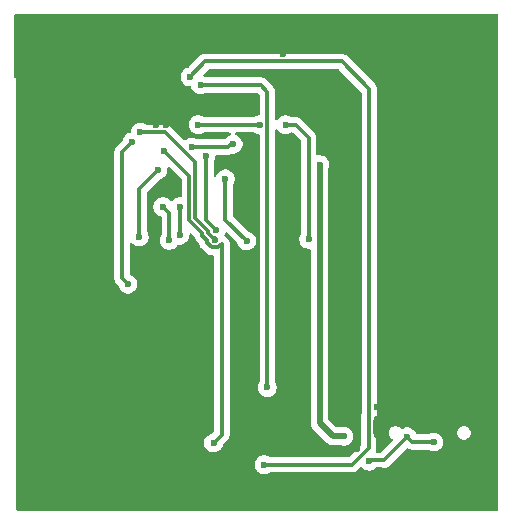
<source format=gbr>
%TF.GenerationSoftware,KiCad,Pcbnew,9.0.2*%
%TF.CreationDate,2025-07-27T17:27:23+05:30*%
%TF.ProjectId,smart_usb,736d6172-745f-4757-9362-2e6b69636164,rev?*%
%TF.SameCoordinates,Original*%
%TF.FileFunction,Copper,L2,Bot*%
%TF.FilePolarity,Positive*%
%FSLAX46Y46*%
G04 Gerber Fmt 4.6, Leading zero omitted, Abs format (unit mm)*
G04 Created by KiCad (PCBNEW 9.0.2) date 2025-07-27 17:27:23*
%MOMM*%
%LPD*%
G01*
G04 APERTURE LIST*
%TA.AperFunction,HeatsinkPad*%
%ADD10O,1.000000X2.100000*%
%TD*%
%TA.AperFunction,HeatsinkPad*%
%ADD11O,1.000000X1.600000*%
%TD*%
%TA.AperFunction,HeatsinkPad*%
%ADD12C,0.600000*%
%TD*%
%TA.AperFunction,ViaPad*%
%ADD13C,0.600000*%
%TD*%
%TA.AperFunction,Conductor*%
%ADD14C,0.300000*%
%TD*%
%TA.AperFunction,Conductor*%
%ADD15C,0.500000*%
%TD*%
G04 APERTURE END LIST*
D10*
%TO.P,J1,S1,SHIELD*%
%TO.N,GND*%
X213880000Y-85420000D03*
D11*
X213880000Y-89600000D03*
D10*
X222520000Y-85420000D03*
D11*
X222520000Y-89600000D03*
%TD*%
D12*
%TO.P,U3,39,GND*%
%TO.N,GND*%
X191312500Y-82100000D03*
X192837500Y-82100000D03*
X190550000Y-81337500D03*
X192075000Y-81337500D03*
X193600000Y-81337500D03*
X191312500Y-80575000D03*
X192837500Y-80575000D03*
X190550000Y-79812500D03*
X192075000Y-79812500D03*
X193600000Y-79812500D03*
X191312500Y-79050000D03*
X192837500Y-79050000D03*
%TD*%
D13*
%TO.N,GND*%
X222700000Y-83750000D03*
X195850000Y-59850000D03*
X222500000Y-55100000D03*
X212020380Y-87310380D03*
X214450000Y-56350000D03*
X221500000Y-59450000D03*
X205800000Y-53850000D03*
X192300000Y-59850000D03*
X184735000Y-90075000D03*
X190800000Y-59850000D03*
X221550000Y-82750000D03*
X214450000Y-55200000D03*
X191600000Y-59850000D03*
X222950000Y-61150000D03*
X212450000Y-89700000D03*
X222050000Y-78800000D03*
X222400000Y-59450000D03*
X221200000Y-54100000D03*
X189550000Y-59850000D03*
X210100000Y-82950000D03*
X204300000Y-85750000D03*
X222300000Y-57850000D03*
X221300000Y-73150000D03*
X195050000Y-59850000D03*
X222950000Y-60250000D03*
X206100000Y-63700000D03*
X215050000Y-82900000D03*
X213750000Y-83750000D03*
X206400000Y-58400000D03*
X215200000Y-80200000D03*
X206050000Y-66350000D03*
X221500000Y-89650000D03*
X184150000Y-59950000D03*
%TO.N,VBUS*%
X210925000Y-86225000D03*
X216291735Y-86291735D03*
X213100000Y-88350000D03*
X208875000Y-63250000D03*
X218550000Y-86725000D03*
%TO.N,Net-(DS1-D7)*%
X201550000Y-61500000D03*
X193600000Y-69350000D03*
X198050000Y-61750000D03*
X195179346Y-63700000D03*
%TO.N,Net-(DS1-D3)*%
X206000000Y-59850000D03*
X198600000Y-59850000D03*
X207950000Y-69550000D03*
X203800000Y-59850000D03*
%TO.N,Net-(DS1-~{RES})*%
X200000000Y-69600000D03*
X193700000Y-60500000D03*
%TO.N,Net-(DS1-D{slash}~{C})*%
X196150000Y-69650000D03*
X195600000Y-66800000D03*
%TO.N,Net-(DS1-D2)*%
X195700000Y-62050000D03*
X199900000Y-86800000D03*
%TO.N,Net-(DS1-D0)*%
X197900000Y-55800000D03*
X204175000Y-88650000D03*
%TO.N,Net-(DS1-D6)*%
X200900000Y-64450000D03*
X202700000Y-69700000D03*
%TO.N,Net-(DS1-~{CS})*%
X192650000Y-73350000D03*
X193000000Y-61300000D03*
%TO.N,Net-(DS1-D1)*%
X204450000Y-82100000D03*
X198800000Y-56494998D03*
%TO.N,Net-(DS1-D4)*%
X199250000Y-62500000D03*
X200109620Y-68790380D03*
%TO.N,Net-(DS1-D5)*%
X197050000Y-66800000D03*
X197050000Y-69200000D03*
%TD*%
D14*
%TO.N,VBUS*%
X213180000Y-88270000D02*
X214313470Y-88270000D01*
D15*
X208875000Y-85125000D02*
X209975000Y-86225000D01*
X208875000Y-63250000D02*
X208875000Y-85125000D01*
X209975000Y-86225000D02*
X210925000Y-86225000D01*
D14*
X218550000Y-86725000D02*
X216725000Y-86725000D01*
X213100000Y-88350000D02*
X213180000Y-88270000D01*
X216725000Y-86725000D02*
X216291735Y-86291735D01*
X214313470Y-88270000D02*
X216291735Y-86291735D01*
%TO.N,Net-(DS1-D7)*%
X201100000Y-61750000D02*
X201350000Y-61500000D01*
X195179346Y-63700000D02*
X193600000Y-65279346D01*
X201350000Y-61500000D02*
X201550000Y-61500000D01*
X193600000Y-65279346D02*
X193600000Y-69350000D01*
X198050000Y-61750000D02*
X201100000Y-61750000D01*
%TO.N,Net-(DS1-D3)*%
X206850000Y-59850000D02*
X206000000Y-59850000D01*
X203800000Y-59850000D02*
X198600000Y-59850000D01*
X207950000Y-69550000D02*
X207950000Y-60950000D01*
X207950000Y-60950000D02*
X206850000Y-59850000D01*
%TO.N,Net-(DS1-~{RES})*%
X199458620Y-68847900D02*
X198350000Y-67739280D01*
X199839966Y-69441380D02*
X199458620Y-69060034D01*
X198350000Y-63050000D02*
X195800000Y-60500000D01*
X200000000Y-69600000D02*
X200000000Y-69441380D01*
X195800000Y-60500000D02*
X193700000Y-60500000D01*
X200000000Y-69441380D02*
X199839966Y-69441380D01*
X199458620Y-69060034D02*
X199458620Y-68847900D01*
X198350000Y-67739280D02*
X198350000Y-63050000D01*
%TO.N,Net-(DS1-D{slash}~{C})*%
X196150000Y-67350000D02*
X196150000Y-69650000D01*
X195600000Y-66800000D02*
X196150000Y-67350000D01*
%TO.N,Net-(DS1-D2)*%
X200600000Y-69920654D02*
X200269654Y-70251000D01*
X198957620Y-69055420D02*
X197849000Y-67946800D01*
X199900000Y-86800000D02*
X200600000Y-86100000D01*
X199730346Y-70251000D02*
X199349000Y-69869654D01*
X197849000Y-67946800D02*
X197849000Y-64199000D01*
X199349000Y-69658935D02*
X198957620Y-69267554D01*
X197849000Y-64199000D02*
X195700000Y-62050000D01*
X200600000Y-86100000D02*
X200600000Y-69920654D01*
X200269654Y-70251000D02*
X199730346Y-70251000D01*
X198957620Y-69267554D02*
X198957620Y-69055420D01*
X199349000Y-69869654D02*
X199349000Y-69658935D01*
%TO.N,Net-(DS1-D0)*%
X213029000Y-87221000D02*
X213029000Y-84517504D01*
X213100000Y-84446504D02*
X213100000Y-56850000D01*
X204175000Y-88650000D02*
X211600000Y-88650000D01*
X211600000Y-88650000D02*
X213029000Y-87221000D01*
X213100000Y-56850000D02*
X210750000Y-54500000D01*
X199200000Y-54500000D02*
X197900000Y-55800000D01*
X210750000Y-54500000D02*
X199200000Y-54500000D01*
X213029000Y-84517504D02*
X213100000Y-84446504D01*
%TO.N,Net-(DS1-D6)*%
X200900000Y-64450000D02*
X200900000Y-67900000D01*
X200900000Y-67900000D02*
X202700000Y-69700000D01*
%TO.N,Net-(DS1-~{CS})*%
X192150000Y-62150000D02*
X193000000Y-61300000D01*
X192150000Y-72850000D02*
X192150000Y-62150000D01*
X192650000Y-73350000D02*
X192150000Y-72850000D01*
%TO.N,Net-(DS1-D1)*%
X204450000Y-57050000D02*
X204450000Y-82100000D01*
X203894998Y-56494998D02*
X204450000Y-57050000D01*
X198800000Y-56494998D02*
X203894998Y-56494998D01*
%TO.N,Net-(DS1-D4)*%
X199250000Y-67930760D02*
X200109620Y-68790380D01*
X199250000Y-62500000D02*
X199250000Y-67930760D01*
%TO.N,Net-(DS1-D5)*%
X197050000Y-69200000D02*
X197050000Y-66800000D01*
%TD*%
%TA.AperFunction,Conductor*%
%TO.N,GND*%
G36*
X223952433Y-50520185D02*
G01*
X223998188Y-50572989D01*
X224009394Y-50624529D01*
X224006020Y-65089602D01*
X224000479Y-88846465D01*
X223999646Y-92415529D01*
X223979946Y-92482564D01*
X223927131Y-92528306D01*
X223875646Y-92539500D01*
X183309000Y-92539500D01*
X183241961Y-92519815D01*
X183196206Y-92467011D01*
X183185000Y-92415500D01*
X183185000Y-72914071D01*
X191499499Y-72914071D01*
X191524497Y-73039738D01*
X191524499Y-73039744D01*
X191573534Y-73158125D01*
X191644726Y-73264673D01*
X191644727Y-73264674D01*
X191832984Y-73452930D01*
X191866469Y-73514253D01*
X191866920Y-73516420D01*
X191880261Y-73583489D01*
X191880264Y-73583501D01*
X191940602Y-73729172D01*
X191940609Y-73729185D01*
X192028210Y-73860288D01*
X192028213Y-73860292D01*
X192139707Y-73971786D01*
X192139711Y-73971789D01*
X192270814Y-74059390D01*
X192270827Y-74059397D01*
X192416498Y-74119735D01*
X192416503Y-74119737D01*
X192571153Y-74150499D01*
X192571156Y-74150500D01*
X192571158Y-74150500D01*
X192728844Y-74150500D01*
X192728845Y-74150499D01*
X192883497Y-74119737D01*
X193029179Y-74059394D01*
X193160289Y-73971789D01*
X193271789Y-73860289D01*
X193359394Y-73729179D01*
X193419737Y-73583497D01*
X193450500Y-73428842D01*
X193450500Y-73271158D01*
X193450500Y-73271155D01*
X193450499Y-73271153D01*
X193449209Y-73264669D01*
X193419737Y-73116503D01*
X193387940Y-73039738D01*
X193359397Y-72970827D01*
X193359390Y-72970814D01*
X193271789Y-72839711D01*
X193271786Y-72839707D01*
X193160292Y-72728213D01*
X193160288Y-72728210D01*
X193029185Y-72640609D01*
X193029172Y-72640602D01*
X192877870Y-72577932D01*
X192878879Y-72575494D01*
X192830008Y-72543416D01*
X192801598Y-72479583D01*
X192800500Y-72463121D01*
X192800500Y-69981941D01*
X192820185Y-69914902D01*
X192872989Y-69869147D01*
X192942147Y-69859203D01*
X193005703Y-69888228D01*
X193012181Y-69894260D01*
X193089707Y-69971786D01*
X193089711Y-69971789D01*
X193220814Y-70059390D01*
X193220827Y-70059397D01*
X193366498Y-70119735D01*
X193366503Y-70119737D01*
X193521153Y-70150499D01*
X193521156Y-70150500D01*
X193521158Y-70150500D01*
X193678844Y-70150500D01*
X193678845Y-70150499D01*
X193833497Y-70119737D01*
X193977021Y-70060288D01*
X193979172Y-70059397D01*
X193979172Y-70059396D01*
X193979179Y-70059394D01*
X194110289Y-69971789D01*
X194221789Y-69860289D01*
X194309394Y-69729179D01*
X194369737Y-69583497D01*
X194400500Y-69428842D01*
X194400500Y-69271158D01*
X194400500Y-69271155D01*
X194400499Y-69271153D01*
X194380543Y-69170828D01*
X194369737Y-69116503D01*
X194368681Y-69113954D01*
X194309397Y-68970828D01*
X194309396Y-68970827D01*
X194309394Y-68970821D01*
X194271396Y-68913953D01*
X194250520Y-68847276D01*
X194250500Y-68845064D01*
X194250500Y-65600153D01*
X194270185Y-65533114D01*
X194286814Y-65512476D01*
X195282277Y-64517013D01*
X195343598Y-64483530D01*
X195345663Y-64483099D01*
X195412843Y-64469737D01*
X195558525Y-64409394D01*
X195689635Y-64321789D01*
X195801135Y-64210289D01*
X195888740Y-64079179D01*
X195892200Y-64070827D01*
X195946509Y-63939711D01*
X195949083Y-63933497D01*
X195979846Y-63778842D01*
X195979846Y-63621158D01*
X195967382Y-63558498D01*
X195973609Y-63488908D01*
X196016471Y-63433730D01*
X196082361Y-63410485D01*
X196150358Y-63426552D01*
X196176680Y-63446626D01*
X197162181Y-64432127D01*
X197195666Y-64493450D01*
X197198500Y-64519808D01*
X197198500Y-65875500D01*
X197178815Y-65942539D01*
X197126011Y-65988294D01*
X197074500Y-65999500D01*
X196971155Y-65999500D01*
X196816510Y-66030261D01*
X196816498Y-66030264D01*
X196670827Y-66090602D01*
X196670814Y-66090609D01*
X196539711Y-66178210D01*
X196539707Y-66178213D01*
X196428213Y-66289707D01*
X196428208Y-66289713D01*
X196428098Y-66289879D01*
X196428017Y-66289945D01*
X196424347Y-66294419D01*
X196423498Y-66293722D01*
X196374484Y-66334681D01*
X196305158Y-66343384D01*
X196242132Y-66313226D01*
X196225759Y-66294331D01*
X196225653Y-66294419D01*
X196222378Y-66290428D01*
X196221902Y-66289879D01*
X196221791Y-66289713D01*
X196221786Y-66289707D01*
X196110292Y-66178213D01*
X196110288Y-66178210D01*
X195979185Y-66090609D01*
X195979172Y-66090602D01*
X195833501Y-66030264D01*
X195833489Y-66030261D01*
X195678845Y-65999500D01*
X195678842Y-65999500D01*
X195521158Y-65999500D01*
X195521155Y-65999500D01*
X195366510Y-66030261D01*
X195366498Y-66030264D01*
X195220827Y-66090602D01*
X195220814Y-66090609D01*
X195089711Y-66178210D01*
X195089707Y-66178213D01*
X194978213Y-66289707D01*
X194978210Y-66289711D01*
X194890609Y-66420814D01*
X194890602Y-66420827D01*
X194830264Y-66566498D01*
X194830261Y-66566510D01*
X194799500Y-66721153D01*
X194799500Y-66878846D01*
X194830261Y-67033489D01*
X194830264Y-67033501D01*
X194890602Y-67179172D01*
X194890609Y-67179185D01*
X194978210Y-67310288D01*
X194978213Y-67310292D01*
X195089707Y-67421786D01*
X195089711Y-67421789D01*
X195220814Y-67509390D01*
X195220827Y-67509397D01*
X195308230Y-67545599D01*
X195366503Y-67569737D01*
X195399691Y-67576338D01*
X195461600Y-67608721D01*
X195496176Y-67669436D01*
X195499500Y-67697955D01*
X195499500Y-69145064D01*
X195479815Y-69212103D01*
X195478603Y-69213954D01*
X195440608Y-69270817D01*
X195440602Y-69270828D01*
X195380264Y-69416498D01*
X195380261Y-69416510D01*
X195349500Y-69571153D01*
X195349500Y-69728846D01*
X195380261Y-69883489D01*
X195380264Y-69883501D01*
X195440602Y-70029172D01*
X195440607Y-70029181D01*
X195528210Y-70160288D01*
X195528213Y-70160292D01*
X195639707Y-70271786D01*
X195639711Y-70271789D01*
X195770814Y-70359390D01*
X195770827Y-70359397D01*
X195916498Y-70419735D01*
X195916503Y-70419737D01*
X196071153Y-70450499D01*
X196071156Y-70450500D01*
X196071158Y-70450500D01*
X196228844Y-70450500D01*
X196228845Y-70450499D01*
X196383497Y-70419737D01*
X196529179Y-70359394D01*
X196660289Y-70271789D01*
X196771789Y-70160289D01*
X196843390Y-70053129D01*
X196897000Y-70008326D01*
X196966325Y-69999619D01*
X196970642Y-70000397D01*
X196971158Y-70000500D01*
X196971163Y-70000500D01*
X197128844Y-70000500D01*
X197128845Y-70000499D01*
X197283497Y-69969737D01*
X197410693Y-69917051D01*
X197429172Y-69909397D01*
X197429172Y-69909396D01*
X197429179Y-69909394D01*
X197560289Y-69821789D01*
X197671789Y-69710289D01*
X197759394Y-69579179D01*
X197762719Y-69571153D01*
X197804139Y-69471153D01*
X197819737Y-69433497D01*
X197850500Y-69278842D01*
X197850500Y-69167608D01*
X197870185Y-69100569D01*
X197922989Y-69054814D01*
X197992147Y-69044870D01*
X198055703Y-69073895D01*
X198062181Y-69079927D01*
X198278843Y-69296589D01*
X198312328Y-69357912D01*
X198312779Y-69360077D01*
X198332117Y-69457291D01*
X198332118Y-69457293D01*
X198332119Y-69457298D01*
X198343979Y-69485931D01*
X198381150Y-69575672D01*
X198381160Y-69575690D01*
X198452341Y-69682221D01*
X198452347Y-69682228D01*
X198670575Y-69900455D01*
X198679637Y-69917051D01*
X198692769Y-69930660D01*
X198703176Y-69960159D01*
X198704060Y-69961778D01*
X198704511Y-69963943D01*
X198711608Y-69999619D01*
X198717488Y-70029179D01*
X198722253Y-70053132D01*
X198723499Y-70059398D01*
X198765289Y-70160289D01*
X198772535Y-70177781D01*
X198843723Y-70284323D01*
X198843726Y-70284327D01*
X199315672Y-70756273D01*
X199315675Y-70756275D01*
X199315677Y-70756277D01*
X199422219Y-70827465D01*
X199540602Y-70876501D01*
X199540606Y-70876501D01*
X199540607Y-70876502D01*
X199666274Y-70901500D01*
X199666277Y-70901500D01*
X199825500Y-70901500D01*
X199892539Y-70921185D01*
X199938294Y-70973989D01*
X199949500Y-71025500D01*
X199949500Y-85779191D01*
X199940855Y-85808631D01*
X199934332Y-85838618D01*
X199930577Y-85843633D01*
X199929815Y-85846230D01*
X199913181Y-85866872D01*
X199797069Y-85982984D01*
X199735746Y-86016469D01*
X199733580Y-86016920D01*
X199666508Y-86030261D01*
X199666498Y-86030264D01*
X199520827Y-86090602D01*
X199520814Y-86090609D01*
X199389711Y-86178210D01*
X199389707Y-86178213D01*
X199278213Y-86289707D01*
X199278210Y-86289711D01*
X199190609Y-86420814D01*
X199190602Y-86420827D01*
X199130264Y-86566498D01*
X199130261Y-86566510D01*
X199099500Y-86721153D01*
X199099500Y-86878846D01*
X199130261Y-87033489D01*
X199130264Y-87033501D01*
X199190602Y-87179172D01*
X199190609Y-87179185D01*
X199278210Y-87310288D01*
X199278213Y-87310292D01*
X199389707Y-87421786D01*
X199389711Y-87421789D01*
X199520814Y-87509390D01*
X199520827Y-87509397D01*
X199611637Y-87547011D01*
X199666503Y-87569737D01*
X199808007Y-87597884D01*
X199821153Y-87600499D01*
X199821156Y-87600500D01*
X199821158Y-87600500D01*
X199978844Y-87600500D01*
X199978845Y-87600499D01*
X200133497Y-87569737D01*
X200279179Y-87509394D01*
X200410289Y-87421789D01*
X200521789Y-87310289D01*
X200609394Y-87179179D01*
X200669737Y-87033497D01*
X200683079Y-86966416D01*
X200715463Y-86904509D01*
X200716904Y-86903040D01*
X201105276Y-86514670D01*
X201142815Y-86458489D01*
X201176464Y-86408129D01*
X201176465Y-86408127D01*
X201225501Y-86289744D01*
X201240426Y-86214711D01*
X201250500Y-86164069D01*
X201250500Y-69856585D01*
X201250500Y-69856582D01*
X201225502Y-69730915D01*
X201225501Y-69730914D01*
X201225501Y-69730910D01*
X201176465Y-69612527D01*
X201154183Y-69579179D01*
X201154178Y-69579172D01*
X201105275Y-69505982D01*
X201014673Y-69415380D01*
X200908126Y-69344188D01*
X200884883Y-69334561D01*
X200830480Y-69290719D01*
X200808416Y-69224425D01*
X200817776Y-69172548D01*
X200855001Y-69082679D01*
X200874115Y-69036531D01*
X200917956Y-68982128D01*
X200984250Y-68960063D01*
X201051949Y-68977342D01*
X201076357Y-68996303D01*
X201882984Y-69802930D01*
X201916469Y-69864253D01*
X201916920Y-69866420D01*
X201930261Y-69933489D01*
X201930264Y-69933501D01*
X201990602Y-70079172D01*
X201990609Y-70079185D01*
X202078210Y-70210288D01*
X202078213Y-70210292D01*
X202189707Y-70321786D01*
X202189711Y-70321789D01*
X202320814Y-70409390D01*
X202320827Y-70409397D01*
X202420060Y-70450500D01*
X202466503Y-70469737D01*
X202621153Y-70500499D01*
X202621156Y-70500500D01*
X202621158Y-70500500D01*
X202778844Y-70500500D01*
X202778845Y-70500499D01*
X202933497Y-70469737D01*
X203079179Y-70409394D01*
X203210289Y-70321789D01*
X203321789Y-70210289D01*
X203409394Y-70079179D01*
X203417588Y-70059398D01*
X203430104Y-70029181D01*
X203469737Y-69933497D01*
X203500500Y-69778842D01*
X203500500Y-69621158D01*
X203500500Y-69621155D01*
X203500499Y-69621153D01*
X203498783Y-69612525D01*
X203469737Y-69466503D01*
X203454138Y-69428844D01*
X203409397Y-69320827D01*
X203409390Y-69320814D01*
X203321789Y-69189711D01*
X203321786Y-69189707D01*
X203210292Y-69078213D01*
X203210288Y-69078210D01*
X203079185Y-68990609D01*
X203079172Y-68990602D01*
X202933501Y-68930264D01*
X202933489Y-68930261D01*
X202866420Y-68916920D01*
X202804509Y-68884535D01*
X202802930Y-68882984D01*
X201586819Y-67666873D01*
X201553334Y-67605550D01*
X201550500Y-67579192D01*
X201550500Y-64954935D01*
X201570185Y-64887896D01*
X201571366Y-64886090D01*
X201609394Y-64829179D01*
X201669737Y-64683497D01*
X201700500Y-64528842D01*
X201700500Y-64371158D01*
X201700500Y-64371155D01*
X201700499Y-64371153D01*
X201669738Y-64216510D01*
X201669737Y-64216503D01*
X201660938Y-64195261D01*
X201609397Y-64070827D01*
X201609390Y-64070814D01*
X201521789Y-63939711D01*
X201521786Y-63939707D01*
X201410292Y-63828213D01*
X201410288Y-63828210D01*
X201279185Y-63740609D01*
X201279172Y-63740602D01*
X201133501Y-63680264D01*
X201133489Y-63680261D01*
X200978845Y-63649500D01*
X200978842Y-63649500D01*
X200821158Y-63649500D01*
X200821155Y-63649500D01*
X200666510Y-63680261D01*
X200666498Y-63680264D01*
X200520827Y-63740602D01*
X200520814Y-63740609D01*
X200389711Y-63828210D01*
X200389707Y-63828213D01*
X200278213Y-63939707D01*
X200278210Y-63939711D01*
X200190609Y-64070814D01*
X200190602Y-64070827D01*
X200139061Y-64195261D01*
X200095220Y-64249665D01*
X200028926Y-64271730D01*
X199961227Y-64254451D01*
X199913616Y-64203314D01*
X199900500Y-64147809D01*
X199900500Y-63004935D01*
X199920185Y-62937896D01*
X199921366Y-62936090D01*
X199959394Y-62879179D01*
X199962854Y-62870827D01*
X200017163Y-62739711D01*
X200019737Y-62733497D01*
X200050500Y-62578842D01*
X200050500Y-62524500D01*
X200070185Y-62457461D01*
X200122989Y-62411706D01*
X200174500Y-62400500D01*
X201164071Y-62400500D01*
X201251412Y-62383126D01*
X201289744Y-62375501D01*
X201408127Y-62326465D01*
X201415714Y-62321396D01*
X201482392Y-62300520D01*
X201484602Y-62300500D01*
X201628844Y-62300500D01*
X201628845Y-62300499D01*
X201783497Y-62269737D01*
X201929179Y-62209394D01*
X202060289Y-62121789D01*
X202171789Y-62010289D01*
X202259394Y-61879179D01*
X202319737Y-61733497D01*
X202350500Y-61578842D01*
X202350500Y-61421158D01*
X202350500Y-61421155D01*
X202350499Y-61421153D01*
X202319738Y-61266510D01*
X202319737Y-61266503D01*
X202312694Y-61249500D01*
X202259397Y-61120827D01*
X202259390Y-61120814D01*
X202171789Y-60989711D01*
X202171786Y-60989707D01*
X202060292Y-60878213D01*
X202060288Y-60878210D01*
X201929185Y-60790609D01*
X201929172Y-60790602D01*
X201804738Y-60739061D01*
X201750334Y-60695221D01*
X201728269Y-60628926D01*
X201745548Y-60561227D01*
X201796685Y-60513616D01*
X201852190Y-60500500D01*
X203295065Y-60500500D01*
X203362104Y-60520185D01*
X203363909Y-60521366D01*
X203420821Y-60559394D01*
X203420823Y-60559395D01*
X203420827Y-60559397D01*
X203496176Y-60590607D01*
X203566503Y-60619737D01*
X203676987Y-60641713D01*
X203699691Y-60646230D01*
X203761602Y-60678615D01*
X203796176Y-60739330D01*
X203799500Y-60767847D01*
X203799500Y-81595064D01*
X203779815Y-81662103D01*
X203778603Y-81663954D01*
X203740608Y-81720817D01*
X203740602Y-81720828D01*
X203680264Y-81866498D01*
X203680261Y-81866510D01*
X203649500Y-82021153D01*
X203649500Y-82178846D01*
X203680261Y-82333489D01*
X203680264Y-82333501D01*
X203740602Y-82479172D01*
X203740609Y-82479185D01*
X203828210Y-82610288D01*
X203828213Y-82610292D01*
X203939707Y-82721786D01*
X203939711Y-82721789D01*
X204070814Y-82809390D01*
X204070827Y-82809397D01*
X204216498Y-82869735D01*
X204216503Y-82869737D01*
X204371153Y-82900499D01*
X204371156Y-82900500D01*
X204371158Y-82900500D01*
X204528844Y-82900500D01*
X204528845Y-82900499D01*
X204683497Y-82869737D01*
X204829179Y-82809394D01*
X204960289Y-82721789D01*
X205071789Y-82610289D01*
X205159394Y-82479179D01*
X205219737Y-82333497D01*
X205250500Y-82178842D01*
X205250500Y-82021158D01*
X205250500Y-82021155D01*
X205250499Y-82021153D01*
X205219738Y-81866510D01*
X205219737Y-81866503D01*
X205159394Y-81720821D01*
X205121396Y-81663953D01*
X205100520Y-81597276D01*
X205100500Y-81595064D01*
X205100500Y-60353439D01*
X205120185Y-60286400D01*
X205172989Y-60240645D01*
X205242147Y-60230701D01*
X205305703Y-60259726D01*
X205327602Y-60284548D01*
X205378210Y-60360288D01*
X205378213Y-60360292D01*
X205489707Y-60471786D01*
X205489711Y-60471789D01*
X205620814Y-60559390D01*
X205620827Y-60559397D01*
X205696176Y-60590607D01*
X205766503Y-60619737D01*
X205921153Y-60650499D01*
X205921156Y-60650500D01*
X205921158Y-60650500D01*
X206078844Y-60650500D01*
X206078845Y-60650499D01*
X206233497Y-60619737D01*
X206379179Y-60559394D01*
X206436044Y-60521397D01*
X206454091Y-60515746D01*
X206470000Y-60505523D01*
X206500959Y-60501071D01*
X206502721Y-60500520D01*
X206504935Y-60500500D01*
X206529192Y-60500500D01*
X206596231Y-60520185D01*
X206616873Y-60536819D01*
X207263181Y-61183127D01*
X207296666Y-61244450D01*
X207299500Y-61270808D01*
X207299500Y-69045064D01*
X207279815Y-69112103D01*
X207278603Y-69113954D01*
X207240608Y-69170817D01*
X207240602Y-69170828D01*
X207180264Y-69316498D01*
X207180261Y-69316510D01*
X207149500Y-69471153D01*
X207149500Y-69628846D01*
X207180261Y-69783489D01*
X207180264Y-69783501D01*
X207240602Y-69929172D01*
X207240609Y-69929185D01*
X207328210Y-70060288D01*
X207328213Y-70060292D01*
X207439707Y-70171786D01*
X207439711Y-70171789D01*
X207570814Y-70259390D01*
X207570827Y-70259397D01*
X207716498Y-70319735D01*
X207716503Y-70319737D01*
X207871153Y-70350499D01*
X207871156Y-70350500D01*
X208000500Y-70350500D01*
X208067539Y-70370185D01*
X208113294Y-70422989D01*
X208124500Y-70474500D01*
X208124500Y-85198918D01*
X208124500Y-85198920D01*
X208124499Y-85198920D01*
X208153340Y-85343907D01*
X208153343Y-85343917D01*
X208209914Y-85480491D01*
X208209916Y-85480495D01*
X208228484Y-85508285D01*
X208237646Y-85521997D01*
X208292049Y-85603418D01*
X209496578Y-86807947D01*
X209496585Y-86807953D01*
X209554704Y-86846786D01*
X209554706Y-86846787D01*
X209554709Y-86846789D01*
X209619505Y-86890084D01*
X209756087Y-86946658D01*
X209756091Y-86946658D01*
X209756092Y-86946659D01*
X209901079Y-86975500D01*
X209901082Y-86975500D01*
X209901083Y-86975500D01*
X210048917Y-86975500D01*
X210620396Y-86975500D01*
X210667844Y-86984937D01*
X210691503Y-86994737D01*
X210691508Y-86994738D01*
X210691511Y-86994739D01*
X210846153Y-87025499D01*
X210846156Y-87025500D01*
X210846158Y-87025500D01*
X211003844Y-87025500D01*
X211003845Y-87025499D01*
X211158497Y-86994737D01*
X211304179Y-86934394D01*
X211435289Y-86846789D01*
X211546789Y-86735289D01*
X211634394Y-86604179D01*
X211694737Y-86458497D01*
X211725500Y-86303842D01*
X211725500Y-86146158D01*
X211725500Y-86146155D01*
X211725499Y-86146153D01*
X211716957Y-86103210D01*
X211694737Y-85991503D01*
X211690249Y-85980668D01*
X211634397Y-85845827D01*
X211634390Y-85845814D01*
X211546789Y-85714711D01*
X211546786Y-85714707D01*
X211435292Y-85603213D01*
X211435288Y-85603210D01*
X211304185Y-85515609D01*
X211304172Y-85515602D01*
X211158501Y-85455264D01*
X211158489Y-85455261D01*
X211003845Y-85424500D01*
X211003842Y-85424500D01*
X210846158Y-85424500D01*
X210846155Y-85424500D01*
X210691511Y-85455260D01*
X210691506Y-85455262D01*
X210691504Y-85455262D01*
X210691503Y-85455263D01*
X210667844Y-85465062D01*
X210620396Y-85474500D01*
X210337230Y-85474500D01*
X210270191Y-85454815D01*
X210249549Y-85438181D01*
X209661819Y-84850451D01*
X209628334Y-84789128D01*
X209625500Y-84762770D01*
X209625500Y-63554604D01*
X209634939Y-63507151D01*
X209644737Y-63483497D01*
X209675500Y-63328842D01*
X209675500Y-63171158D01*
X209675500Y-63171155D01*
X209675499Y-63171153D01*
X209657012Y-63078213D01*
X209644737Y-63016503D01*
X209644735Y-63016498D01*
X209584397Y-62870827D01*
X209584390Y-62870814D01*
X209496789Y-62739711D01*
X209496786Y-62739707D01*
X209385292Y-62628213D01*
X209385288Y-62628210D01*
X209254185Y-62540609D01*
X209254172Y-62540602D01*
X209108501Y-62480264D01*
X209108489Y-62480261D01*
X208953845Y-62449500D01*
X208953842Y-62449500D01*
X208796158Y-62449500D01*
X208796153Y-62449500D01*
X208748691Y-62458941D01*
X208679099Y-62452714D01*
X208623922Y-62409851D01*
X208600678Y-62343961D01*
X208600500Y-62337324D01*
X208600500Y-60885928D01*
X208575502Y-60760261D01*
X208575501Y-60760260D01*
X208575501Y-60760256D01*
X208526465Y-60641873D01*
X208492210Y-60590606D01*
X208492210Y-60590605D01*
X208455275Y-60535328D01*
X207264673Y-59344726D01*
X207264669Y-59344723D01*
X207158127Y-59273535D01*
X207039744Y-59224499D01*
X207039738Y-59224497D01*
X206914071Y-59199500D01*
X206914069Y-59199500D01*
X206504935Y-59199500D01*
X206437896Y-59179815D01*
X206436090Y-59178633D01*
X206379179Y-59140606D01*
X206379172Y-59140602D01*
X206233501Y-59080264D01*
X206233489Y-59080261D01*
X206078845Y-59049500D01*
X206078842Y-59049500D01*
X205921158Y-59049500D01*
X205921155Y-59049500D01*
X205766510Y-59080261D01*
X205766498Y-59080264D01*
X205620827Y-59140602D01*
X205620814Y-59140609D01*
X205489711Y-59228210D01*
X205489707Y-59228213D01*
X205378213Y-59339707D01*
X205378210Y-59339711D01*
X205327602Y-59415451D01*
X205273989Y-59460256D01*
X205204664Y-59468963D01*
X205141637Y-59438808D01*
X205104918Y-59379365D01*
X205100500Y-59346560D01*
X205100500Y-56985928D01*
X205075502Y-56860261D01*
X205075501Y-56860260D01*
X205075501Y-56860256D01*
X205026465Y-56741873D01*
X205017526Y-56728495D01*
X204955276Y-56635330D01*
X204955271Y-56635324D01*
X204309671Y-55989724D01*
X204309667Y-55989721D01*
X204203125Y-55918533D01*
X204146311Y-55895000D01*
X204084742Y-55869497D01*
X204084736Y-55869495D01*
X203959069Y-55844498D01*
X203959067Y-55844498D01*
X199304935Y-55844498D01*
X199291206Y-55841100D01*
X199280355Y-55842037D01*
X199258879Y-55833101D01*
X199247109Y-55830189D01*
X199241404Y-55827181D01*
X199179179Y-55785604D01*
X199101496Y-55753426D01*
X199096420Y-55750751D01*
X199075307Y-55730248D01*
X199052390Y-55711781D01*
X199050527Y-55706183D01*
X199046296Y-55702075D01*
X199039619Y-55673411D01*
X199030325Y-55645486D01*
X199031783Y-55639770D01*
X199030446Y-55634028D01*
X199040325Y-55606305D01*
X199047604Y-55577787D01*
X199052931Y-55570928D01*
X199053900Y-55568212D01*
X199056751Y-55566011D01*
X199066560Y-55553384D01*
X199433127Y-55186819D01*
X199494450Y-55153334D01*
X199520808Y-55150500D01*
X210429192Y-55150500D01*
X210496231Y-55170185D01*
X210516873Y-55186819D01*
X212413181Y-57083127D01*
X212446666Y-57144450D01*
X212449500Y-57170808D01*
X212449500Y-84192038D01*
X212440061Y-84239490D01*
X212403500Y-84327755D01*
X212403497Y-84327765D01*
X212378500Y-84453432D01*
X212378500Y-86900192D01*
X212358815Y-86967231D01*
X212342181Y-86987873D01*
X211366873Y-87963181D01*
X211305550Y-87996666D01*
X211279192Y-87999500D01*
X204679935Y-87999500D01*
X204612896Y-87979815D01*
X204611090Y-87978633D01*
X204554179Y-87940606D01*
X204554172Y-87940602D01*
X204408501Y-87880264D01*
X204408489Y-87880261D01*
X204253845Y-87849500D01*
X204253842Y-87849500D01*
X204096158Y-87849500D01*
X204096155Y-87849500D01*
X203941510Y-87880261D01*
X203941498Y-87880264D01*
X203795827Y-87940602D01*
X203795814Y-87940609D01*
X203664711Y-88028210D01*
X203664707Y-88028213D01*
X203553213Y-88139707D01*
X203553210Y-88139711D01*
X203465609Y-88270814D01*
X203465602Y-88270827D01*
X203405264Y-88416498D01*
X203405261Y-88416510D01*
X203374500Y-88571153D01*
X203374500Y-88728846D01*
X203405261Y-88883489D01*
X203405264Y-88883501D01*
X203465602Y-89029172D01*
X203465609Y-89029185D01*
X203553210Y-89160288D01*
X203553213Y-89160292D01*
X203664707Y-89271786D01*
X203664711Y-89271789D01*
X203795814Y-89359390D01*
X203795827Y-89359397D01*
X203941498Y-89419735D01*
X203941503Y-89419737D01*
X204096153Y-89450499D01*
X204096156Y-89450500D01*
X204096158Y-89450500D01*
X204253844Y-89450500D01*
X204253845Y-89450499D01*
X204408497Y-89419737D01*
X204554179Y-89359394D01*
X204611044Y-89321397D01*
X204677721Y-89300520D01*
X204679935Y-89300500D01*
X211664071Y-89300500D01*
X211748615Y-89283682D01*
X211789744Y-89275501D01*
X211908127Y-89226465D01*
X212014669Y-89155277D01*
X212306253Y-88863691D01*
X212367574Y-88830208D01*
X212437266Y-88835192D01*
X212481614Y-88863693D01*
X212589707Y-88971786D01*
X212589711Y-88971789D01*
X212720814Y-89059390D01*
X212720827Y-89059397D01*
X212866498Y-89119735D01*
X212866503Y-89119737D01*
X213021153Y-89150499D01*
X213021156Y-89150500D01*
X213021158Y-89150500D01*
X213178844Y-89150500D01*
X213178845Y-89150499D01*
X213333497Y-89119737D01*
X213479179Y-89059394D01*
X213610289Y-88971789D01*
X213610292Y-88971786D01*
X213625260Y-88956819D01*
X213686583Y-88923334D01*
X213712941Y-88920500D01*
X214377541Y-88920500D01*
X214462085Y-88903682D01*
X214503214Y-88895501D01*
X214621597Y-88846465D01*
X214629953Y-88840881D01*
X214631661Y-88839741D01*
X214664398Y-88817866D01*
X214728139Y-88775277D01*
X216216079Y-87287334D01*
X216277400Y-87253851D01*
X216347091Y-87258835D01*
X216372643Y-87271912D01*
X216416873Y-87301465D01*
X216535256Y-87350501D01*
X216535260Y-87350501D01*
X216535261Y-87350502D01*
X216660928Y-87375500D01*
X216660931Y-87375500D01*
X218045065Y-87375500D01*
X218112104Y-87395185D01*
X218113909Y-87396366D01*
X218170821Y-87434394D01*
X218170823Y-87434395D01*
X218170827Y-87434397D01*
X218275741Y-87477853D01*
X218316503Y-87494737D01*
X218471153Y-87525499D01*
X218471156Y-87525500D01*
X218471158Y-87525500D01*
X218628844Y-87525500D01*
X218628845Y-87525499D01*
X218783497Y-87494737D01*
X218929179Y-87434394D01*
X219060289Y-87346789D01*
X219171789Y-87235289D01*
X219259394Y-87104179D01*
X219319737Y-86958497D01*
X219350500Y-86803842D01*
X219350500Y-86646158D01*
X219350500Y-86646155D01*
X219350499Y-86646153D01*
X219334657Y-86566510D01*
X219319737Y-86491503D01*
X219306062Y-86458489D01*
X219259397Y-86345827D01*
X219259390Y-86345814D01*
X219171789Y-86214710D01*
X219060292Y-86103213D01*
X219060288Y-86103210D01*
X218929185Y-86015609D01*
X218929172Y-86015602D01*
X218844832Y-85980668D01*
X218783501Y-85955264D01*
X218783489Y-85955261D01*
X218628845Y-85924500D01*
X218628842Y-85924500D01*
X218471158Y-85924500D01*
X218471155Y-85924500D01*
X218316510Y-85955261D01*
X218316498Y-85955264D01*
X218170827Y-86015602D01*
X218170820Y-86015606D01*
X218148888Y-86030261D01*
X218113955Y-86053602D01*
X218047279Y-86074480D01*
X218045065Y-86074500D01*
X217151062Y-86074500D01*
X217084023Y-86054815D01*
X217038268Y-86002011D01*
X217036501Y-85997952D01*
X217001132Y-85912562D01*
X217001125Y-85912549D01*
X216975524Y-85874234D01*
X220514500Y-85874234D01*
X220514500Y-86025766D01*
X220515705Y-86030263D01*
X220553719Y-86172136D01*
X220591602Y-86237750D01*
X220629485Y-86303365D01*
X220736635Y-86410515D01*
X220867865Y-86486281D01*
X221014234Y-86525500D01*
X221014236Y-86525500D01*
X221165764Y-86525500D01*
X221165766Y-86525500D01*
X221312135Y-86486281D01*
X221443365Y-86410515D01*
X221550515Y-86303365D01*
X221626281Y-86172135D01*
X221665500Y-86025766D01*
X221665500Y-85874234D01*
X221626281Y-85727865D01*
X221550515Y-85596635D01*
X221443365Y-85489485D01*
X221377750Y-85451602D01*
X221312136Y-85413719D01*
X221238950Y-85394109D01*
X221165766Y-85374500D01*
X221014234Y-85374500D01*
X220867863Y-85413719D01*
X220736635Y-85489485D01*
X220736632Y-85489487D01*
X220629487Y-85596632D01*
X220629485Y-85596635D01*
X220553719Y-85727863D01*
X220516473Y-85866872D01*
X220514500Y-85874234D01*
X216975524Y-85874234D01*
X216913524Y-85781446D01*
X216913521Y-85781442D01*
X216802027Y-85669948D01*
X216802023Y-85669945D01*
X216670920Y-85582344D01*
X216670907Y-85582337D01*
X216525236Y-85521999D01*
X216525224Y-85521996D01*
X216370580Y-85491235D01*
X216370577Y-85491235D01*
X216212893Y-85491235D01*
X216212890Y-85491235D01*
X216058245Y-85521996D01*
X216058233Y-85521999D01*
X215912563Y-85582337D01*
X215912549Y-85582345D01*
X215903446Y-85588427D01*
X215836767Y-85609300D01*
X215769388Y-85590811D01*
X215746881Y-85573001D01*
X215663367Y-85489487D01*
X215663365Y-85489485D01*
X215597750Y-85451602D01*
X215532136Y-85413719D01*
X215458950Y-85394109D01*
X215385766Y-85374500D01*
X215234234Y-85374500D01*
X215087863Y-85413719D01*
X214956635Y-85489485D01*
X214956632Y-85489487D01*
X214849487Y-85596632D01*
X214849485Y-85596635D01*
X214773719Y-85727863D01*
X214736473Y-85866872D01*
X214734500Y-85874234D01*
X214734500Y-86025766D01*
X214735705Y-86030263D01*
X214773719Y-86172136D01*
X214811602Y-86237750D01*
X214849485Y-86303365D01*
X214956635Y-86410515D01*
X215004578Y-86438195D01*
X215052794Y-86488762D01*
X215066016Y-86557369D01*
X215040048Y-86622234D01*
X215030259Y-86633263D01*
X214080343Y-87583181D01*
X214053415Y-87597884D01*
X214027597Y-87614477D01*
X214021396Y-87615368D01*
X214019020Y-87616666D01*
X213992662Y-87619500D01*
X213753610Y-87619500D01*
X213686571Y-87599815D01*
X213640816Y-87547011D01*
X213630872Y-87477853D01*
X213639047Y-87448052D01*
X213654501Y-87410744D01*
X213674483Y-87310292D01*
X213679500Y-87285071D01*
X213679500Y-84771968D01*
X213688939Y-84724515D01*
X213725501Y-84636248D01*
X213750500Y-84510573D01*
X213750500Y-56785931D01*
X213750500Y-56785928D01*
X213725502Y-56660261D01*
X213725501Y-56660260D01*
X213725501Y-56660256D01*
X213676465Y-56541873D01*
X213605277Y-56435331D01*
X213605275Y-56435329D01*
X213605273Y-56435326D01*
X211164673Y-53994726D01*
X211058134Y-53923540D01*
X211058127Y-53923535D01*
X210939744Y-53874499D01*
X210939738Y-53874497D01*
X210814071Y-53849500D01*
X210814069Y-53849500D01*
X199135931Y-53849500D01*
X199135929Y-53849500D01*
X199010261Y-53874497D01*
X199010251Y-53874500D01*
X198961220Y-53894810D01*
X198891881Y-53923530D01*
X198891863Y-53923540D01*
X198785332Y-53994721D01*
X198785325Y-53994727D01*
X197797068Y-54982984D01*
X197735745Y-55016469D01*
X197733579Y-55016920D01*
X197666508Y-55030261D01*
X197666498Y-55030264D01*
X197520827Y-55090602D01*
X197520814Y-55090609D01*
X197389711Y-55178210D01*
X197389707Y-55178213D01*
X197278213Y-55289707D01*
X197278210Y-55289711D01*
X197190609Y-55420814D01*
X197190602Y-55420827D01*
X197130264Y-55566498D01*
X197130261Y-55566510D01*
X197099500Y-55721153D01*
X197099500Y-55878846D01*
X197130261Y-56033489D01*
X197130264Y-56033501D01*
X197190602Y-56179172D01*
X197190609Y-56179185D01*
X197278210Y-56310288D01*
X197278213Y-56310292D01*
X197389707Y-56421786D01*
X197389711Y-56421789D01*
X197520814Y-56509390D01*
X197520827Y-56509397D01*
X197599235Y-56541874D01*
X197666503Y-56569737D01*
X197821153Y-56600499D01*
X197821156Y-56600500D01*
X197903039Y-56600500D01*
X197970078Y-56620185D01*
X198015833Y-56672989D01*
X198024656Y-56700309D01*
X198030261Y-56728487D01*
X198030264Y-56728499D01*
X198090602Y-56874170D01*
X198090609Y-56874183D01*
X198178210Y-57005286D01*
X198178213Y-57005290D01*
X198289707Y-57116784D01*
X198289711Y-57116787D01*
X198420814Y-57204388D01*
X198420827Y-57204395D01*
X198566498Y-57264733D01*
X198566503Y-57264735D01*
X198721153Y-57295497D01*
X198721156Y-57295498D01*
X198721158Y-57295498D01*
X198878844Y-57295498D01*
X198878845Y-57295497D01*
X199033497Y-57264735D01*
X199179179Y-57204392D01*
X199236044Y-57166395D01*
X199302721Y-57145518D01*
X199304935Y-57145498D01*
X203574190Y-57145498D01*
X203603630Y-57154142D01*
X203633617Y-57160666D01*
X203638632Y-57164420D01*
X203641229Y-57165183D01*
X203661871Y-57181817D01*
X203763181Y-57283127D01*
X203796666Y-57344450D01*
X203799500Y-57370808D01*
X203799500Y-58932152D01*
X203779815Y-58999191D01*
X203727011Y-59044946D01*
X203699692Y-59053769D01*
X203566508Y-59080261D01*
X203566498Y-59080264D01*
X203420827Y-59140602D01*
X203420820Y-59140606D01*
X203391928Y-59159911D01*
X203363955Y-59178602D01*
X203297279Y-59199480D01*
X203295065Y-59199500D01*
X199104935Y-59199500D01*
X199037896Y-59179815D01*
X199036090Y-59178633D01*
X198979179Y-59140606D01*
X198979172Y-59140602D01*
X198833501Y-59080264D01*
X198833489Y-59080261D01*
X198678845Y-59049500D01*
X198678842Y-59049500D01*
X198521158Y-59049500D01*
X198521155Y-59049500D01*
X198366510Y-59080261D01*
X198366498Y-59080264D01*
X198220827Y-59140602D01*
X198220814Y-59140609D01*
X198089711Y-59228210D01*
X198089707Y-59228213D01*
X197978213Y-59339707D01*
X197978210Y-59339711D01*
X197890609Y-59470814D01*
X197890602Y-59470827D01*
X197830264Y-59616498D01*
X197830261Y-59616510D01*
X197799500Y-59771153D01*
X197799500Y-59928846D01*
X197830261Y-60083489D01*
X197830264Y-60083501D01*
X197890602Y-60229172D01*
X197890609Y-60229185D01*
X197978210Y-60360288D01*
X197978213Y-60360292D01*
X198089707Y-60471786D01*
X198089711Y-60471789D01*
X198220814Y-60559390D01*
X198220827Y-60559397D01*
X198296176Y-60590607D01*
X198366503Y-60619737D01*
X198521153Y-60650499D01*
X198521156Y-60650500D01*
X198521158Y-60650500D01*
X198678844Y-60650500D01*
X198678845Y-60650499D01*
X198833497Y-60619737D01*
X198979179Y-60559394D01*
X199036044Y-60521397D01*
X199102721Y-60500520D01*
X199104935Y-60500500D01*
X201247810Y-60500500D01*
X201314849Y-60520185D01*
X201360604Y-60572989D01*
X201370548Y-60642147D01*
X201341523Y-60705703D01*
X201295262Y-60739061D01*
X201170827Y-60790602D01*
X201170814Y-60790609D01*
X201039712Y-60878209D01*
X200928209Y-60989713D01*
X200910567Y-61016116D01*
X200895150Y-61034901D01*
X200866875Y-61063178D01*
X200805553Y-61096665D01*
X200779191Y-61099500D01*
X198554935Y-61099500D01*
X198487896Y-61079815D01*
X198486090Y-61078633D01*
X198429179Y-61040606D01*
X198429172Y-61040602D01*
X198283501Y-60980264D01*
X198283489Y-60980261D01*
X198128845Y-60949500D01*
X198128842Y-60949500D01*
X197971158Y-60949500D01*
X197971155Y-60949500D01*
X197816510Y-60980261D01*
X197816498Y-60980264D01*
X197670827Y-61040602D01*
X197670814Y-61040609D01*
X197539711Y-61128210D01*
X197539710Y-61128210D01*
X197531611Y-61136310D01*
X197470286Y-61169792D01*
X197400595Y-61164805D01*
X197356252Y-61136306D01*
X196214674Y-59994727D01*
X196214673Y-59994726D01*
X196214669Y-59994723D01*
X196108127Y-59923535D01*
X195989744Y-59874499D01*
X195989738Y-59874497D01*
X195864071Y-59849500D01*
X195864069Y-59849500D01*
X194204935Y-59849500D01*
X194137896Y-59829815D01*
X194136090Y-59828633D01*
X194079179Y-59790606D01*
X194079172Y-59790602D01*
X193933501Y-59730264D01*
X193933489Y-59730261D01*
X193778845Y-59699500D01*
X193778842Y-59699500D01*
X193621158Y-59699500D01*
X193621155Y-59699500D01*
X193466510Y-59730261D01*
X193466498Y-59730264D01*
X193320827Y-59790602D01*
X193320814Y-59790609D01*
X193189711Y-59878210D01*
X193189707Y-59878213D01*
X193078213Y-59989707D01*
X193078210Y-59989711D01*
X192990609Y-60120814D01*
X192990602Y-60120827D01*
X192930264Y-60266498D01*
X192930261Y-60266508D01*
X192898545Y-60425951D01*
X192866160Y-60487862D01*
X192805444Y-60522436D01*
X192801122Y-60523376D01*
X192766505Y-60530262D01*
X192766498Y-60530264D01*
X192620827Y-60590602D01*
X192620819Y-60590607D01*
X192489711Y-60678210D01*
X192489707Y-60678213D01*
X192378213Y-60789707D01*
X192378210Y-60789711D01*
X192290609Y-60920814D01*
X192290602Y-60920827D01*
X192230264Y-61066498D01*
X192230261Y-61066508D01*
X192216920Y-61133579D01*
X192184535Y-61195490D01*
X192182984Y-61197068D01*
X191644726Y-61735326D01*
X191582243Y-61828841D01*
X191582242Y-61828842D01*
X191573534Y-61841873D01*
X191524499Y-61960255D01*
X191524497Y-61960261D01*
X191499500Y-62085928D01*
X191499500Y-62085931D01*
X191499500Y-72914069D01*
X191499500Y-72914071D01*
X191499499Y-72914071D01*
X183185000Y-72914071D01*
X183185000Y-55895000D01*
X183124500Y-55895000D01*
X183057461Y-55875315D01*
X183011706Y-55822511D01*
X183000500Y-55771000D01*
X183000500Y-50624500D01*
X183020185Y-50557461D01*
X183072989Y-50511706D01*
X183124500Y-50500500D01*
X223885394Y-50500500D01*
X223952433Y-50520185D01*
G37*
%TD.AperFunction*%
%TD*%
M02*

</source>
